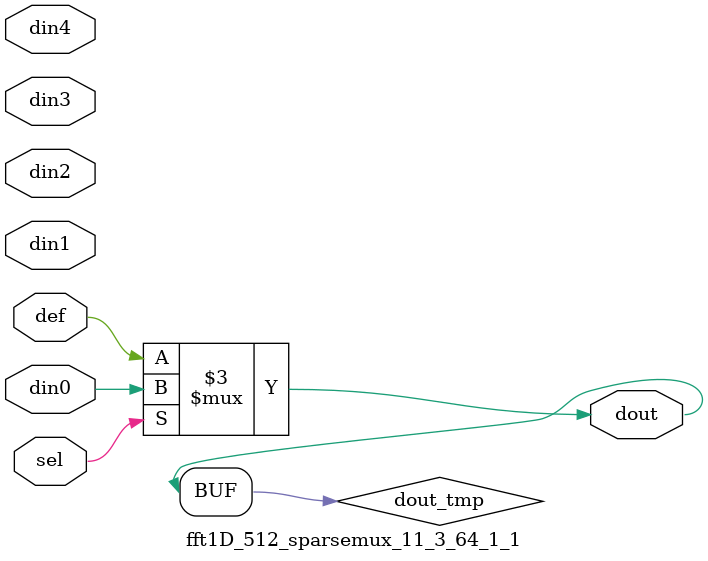
<source format=v>
module fft1D_512_sparsemux_11_3_64_1_1 (din0,din1,din2,din3,din4,def,sel,dout); 
parameter din0_WIDTH = 1;
parameter din1_WIDTH = 1;
parameter din2_WIDTH = 1;
parameter din3_WIDTH = 1;
parameter din4_WIDTH = 1;
parameter def_WIDTH = 1;
parameter sel_WIDTH = 1;
parameter dout_WIDTH = 1;
parameter [sel_WIDTH-1:0] CASE0 = 1;
parameter [sel_WIDTH-1:0] CASE1 = 1;
parameter [sel_WIDTH-1:0] CASE2 = 1;
parameter [sel_WIDTH-1:0] CASE3 = 1;
parameter [sel_WIDTH-1:0] CASE4 = 1;
parameter ID = 1;
parameter NUM_STAGE = 1;
input [din0_WIDTH-1:0] din0;
input [din1_WIDTH-1:0] din1;
input [din2_WIDTH-1:0] din2;
input [din3_WIDTH-1:0] din3;
input [din4_WIDTH-1:0] din4;
input [def_WIDTH-1:0] def;
input [sel_WIDTH-1:0] sel;
output [dout_WIDTH-1:0] dout;
reg [dout_WIDTH-1:0] dout_tmp;
always @ (*) begin
(* parallel_case *) case (sel)
    CASE0 : dout_tmp = din0;
    CASE1 : dout_tmp = din1;
    CASE2 : dout_tmp = din2;
    CASE3 : dout_tmp = din3;
    CASE4 : dout_tmp = din4;
    default : dout_tmp = def;
endcase
end
assign dout = dout_tmp;
endmodule
</source>
